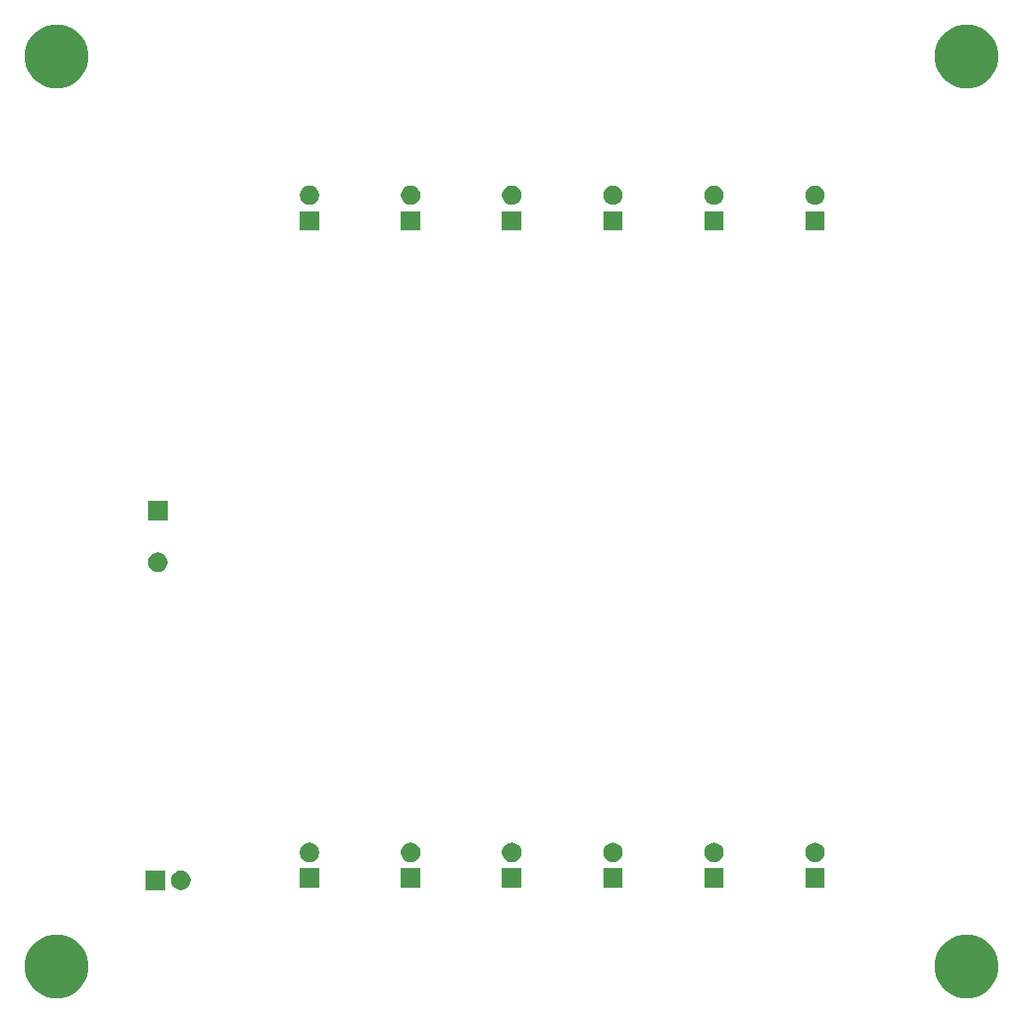
<source format=gbs>
G04 #@! TF.GenerationSoftware,KiCad,Pcbnew,5.1.4-e60b266~84~ubuntu18.04.1*
G04 #@! TF.CreationDate,2019-09-12T23:07:35+01:00*
G04 #@! TF.ProjectId,load,6c6f6164-2e6b-4696-9361-645f70636258,rev?*
G04 #@! TF.SameCoordinates,Original*
G04 #@! TF.FileFunction,Soldermask,Bot*
G04 #@! TF.FilePolarity,Negative*
%FSLAX46Y46*%
G04 Gerber Fmt 4.6, Leading zero omitted, Abs format (unit mm)*
G04 Created by KiCad (PCBNEW 5.1.4-e60b266~84~ubuntu18.04.1) date 2019-09-12 23:07:35*
%MOMM*%
%LPD*%
G04 APERTURE LIST*
%ADD10C,0.100000*%
G04 APERTURE END LIST*
D10*
G36*
X140396849Y-136867226D02*
G01*
X140918821Y-136971052D01*
X141492085Y-137208506D01*
X142008008Y-137553235D01*
X142446765Y-137991992D01*
X142791494Y-138507915D01*
X143028948Y-139081179D01*
X143150000Y-139689752D01*
X143150000Y-140310248D01*
X143028948Y-140918821D01*
X142791494Y-141492085D01*
X142446765Y-142008008D01*
X142008008Y-142446765D01*
X141492085Y-142791494D01*
X140918821Y-143028948D01*
X140396849Y-143132774D01*
X140310249Y-143150000D01*
X139689751Y-143150000D01*
X139603151Y-143132774D01*
X139081179Y-143028948D01*
X138507915Y-142791494D01*
X137991992Y-142446765D01*
X137553235Y-142008008D01*
X137208506Y-141492085D01*
X136971052Y-140918821D01*
X136850000Y-140310248D01*
X136850000Y-139689752D01*
X136971052Y-139081179D01*
X137208506Y-138507915D01*
X137553235Y-137991992D01*
X137991992Y-137553235D01*
X138507915Y-137208506D01*
X139081179Y-136971052D01*
X139603151Y-136867226D01*
X139689751Y-136850000D01*
X140310249Y-136850000D01*
X140396849Y-136867226D01*
X140396849Y-136867226D01*
G37*
G36*
X50396849Y-136867226D02*
G01*
X50918821Y-136971052D01*
X51492085Y-137208506D01*
X52008008Y-137553235D01*
X52446765Y-137991992D01*
X52791494Y-138507915D01*
X53028948Y-139081179D01*
X53150000Y-139689752D01*
X53150000Y-140310248D01*
X53028948Y-140918821D01*
X52791494Y-141492085D01*
X52446765Y-142008008D01*
X52008008Y-142446765D01*
X51492085Y-142791494D01*
X50918821Y-143028948D01*
X50396849Y-143132774D01*
X50310249Y-143150000D01*
X49689751Y-143150000D01*
X49603151Y-143132774D01*
X49081179Y-143028948D01*
X48507915Y-142791494D01*
X47991992Y-142446765D01*
X47553235Y-142008008D01*
X47208506Y-141492085D01*
X46971052Y-140918821D01*
X46850000Y-140310248D01*
X46850000Y-139689752D01*
X46971052Y-139081179D01*
X47208506Y-138507915D01*
X47553235Y-137991992D01*
X47991992Y-137553235D01*
X48507915Y-137208506D01*
X49081179Y-136971052D01*
X49603151Y-136867226D01*
X49689751Y-136850000D01*
X50310249Y-136850000D01*
X50396849Y-136867226D01*
X50396849Y-136867226D01*
G37*
G36*
X60690000Y-132460000D02*
G01*
X58770000Y-132460000D01*
X58770000Y-130540000D01*
X60690000Y-130540000D01*
X60690000Y-132460000D01*
X60690000Y-132460000D01*
G37*
G36*
X62457287Y-130558446D02*
G01*
X62550022Y-130576892D01*
X62724731Y-130649259D01*
X62881964Y-130754319D01*
X63015681Y-130888036D01*
X63120741Y-131045269D01*
X63193108Y-131219978D01*
X63230000Y-131405448D01*
X63230000Y-131594552D01*
X63193108Y-131780022D01*
X63120741Y-131954731D01*
X63015681Y-132111964D01*
X62881964Y-132245681D01*
X62724731Y-132350741D01*
X62550022Y-132423108D01*
X62457287Y-132441554D01*
X62364553Y-132460000D01*
X62175447Y-132460000D01*
X62082713Y-132441554D01*
X61989978Y-132423108D01*
X61815269Y-132350741D01*
X61658036Y-132245681D01*
X61524319Y-132111964D01*
X61419259Y-131954731D01*
X61346892Y-131780022D01*
X61310000Y-131594552D01*
X61310000Y-131405448D01*
X61346892Y-131219978D01*
X61419259Y-131045269D01*
X61524319Y-130888036D01*
X61658036Y-130754319D01*
X61815269Y-130649259D01*
X61989978Y-130576892D01*
X62082713Y-130558446D01*
X62175447Y-130540000D01*
X62364553Y-130540000D01*
X62457287Y-130558446D01*
X62457287Y-130558446D01*
G37*
G36*
X95960000Y-132230000D02*
G01*
X94040000Y-132230000D01*
X94040000Y-130310000D01*
X95960000Y-130310000D01*
X95960000Y-132230000D01*
X95960000Y-132230000D01*
G37*
G36*
X75960000Y-132230000D02*
G01*
X74040000Y-132230000D01*
X74040000Y-130310000D01*
X75960000Y-130310000D01*
X75960000Y-132230000D01*
X75960000Y-132230000D01*
G37*
G36*
X105960000Y-132230000D02*
G01*
X104040000Y-132230000D01*
X104040000Y-130310000D01*
X105960000Y-130310000D01*
X105960000Y-132230000D01*
X105960000Y-132230000D01*
G37*
G36*
X125960000Y-132230000D02*
G01*
X124040000Y-132230000D01*
X124040000Y-130310000D01*
X125960000Y-130310000D01*
X125960000Y-132230000D01*
X125960000Y-132230000D01*
G37*
G36*
X115960000Y-132230000D02*
G01*
X114040000Y-132230000D01*
X114040000Y-130310000D01*
X115960000Y-130310000D01*
X115960000Y-132230000D01*
X115960000Y-132230000D01*
G37*
G36*
X85960000Y-132230000D02*
G01*
X84040000Y-132230000D01*
X84040000Y-130310000D01*
X85960000Y-130310000D01*
X85960000Y-132230000D01*
X85960000Y-132230000D01*
G37*
G36*
X105187287Y-127788446D02*
G01*
X105280022Y-127806892D01*
X105454731Y-127879259D01*
X105611964Y-127984319D01*
X105745681Y-128118036D01*
X105850741Y-128275269D01*
X105923108Y-128449978D01*
X105960000Y-128635448D01*
X105960000Y-128824552D01*
X105923108Y-129010022D01*
X105850741Y-129184731D01*
X105745681Y-129341964D01*
X105611964Y-129475681D01*
X105454731Y-129580741D01*
X105280022Y-129653108D01*
X105187287Y-129671554D01*
X105094553Y-129690000D01*
X104905447Y-129690000D01*
X104812713Y-129671554D01*
X104719978Y-129653108D01*
X104545269Y-129580741D01*
X104388036Y-129475681D01*
X104254319Y-129341964D01*
X104149259Y-129184731D01*
X104076892Y-129010022D01*
X104040000Y-128824552D01*
X104040000Y-128635448D01*
X104076892Y-128449978D01*
X104149259Y-128275269D01*
X104254319Y-128118036D01*
X104388036Y-127984319D01*
X104545269Y-127879259D01*
X104719978Y-127806892D01*
X104812713Y-127788446D01*
X104905447Y-127770000D01*
X105094553Y-127770000D01*
X105187287Y-127788446D01*
X105187287Y-127788446D01*
G37*
G36*
X115187287Y-127788446D02*
G01*
X115280022Y-127806892D01*
X115454731Y-127879259D01*
X115611964Y-127984319D01*
X115745681Y-128118036D01*
X115850741Y-128275269D01*
X115923108Y-128449978D01*
X115960000Y-128635448D01*
X115960000Y-128824552D01*
X115923108Y-129010022D01*
X115850741Y-129184731D01*
X115745681Y-129341964D01*
X115611964Y-129475681D01*
X115454731Y-129580741D01*
X115280022Y-129653108D01*
X115187287Y-129671554D01*
X115094553Y-129690000D01*
X114905447Y-129690000D01*
X114812713Y-129671554D01*
X114719978Y-129653108D01*
X114545269Y-129580741D01*
X114388036Y-129475681D01*
X114254319Y-129341964D01*
X114149259Y-129184731D01*
X114076892Y-129010022D01*
X114040000Y-128824552D01*
X114040000Y-128635448D01*
X114076892Y-128449978D01*
X114149259Y-128275269D01*
X114254319Y-128118036D01*
X114388036Y-127984319D01*
X114545269Y-127879259D01*
X114719978Y-127806892D01*
X114812713Y-127788446D01*
X114905447Y-127770000D01*
X115094553Y-127770000D01*
X115187287Y-127788446D01*
X115187287Y-127788446D01*
G37*
G36*
X95187287Y-127788446D02*
G01*
X95280022Y-127806892D01*
X95454731Y-127879259D01*
X95611964Y-127984319D01*
X95745681Y-128118036D01*
X95850741Y-128275269D01*
X95923108Y-128449978D01*
X95960000Y-128635448D01*
X95960000Y-128824552D01*
X95923108Y-129010022D01*
X95850741Y-129184731D01*
X95745681Y-129341964D01*
X95611964Y-129475681D01*
X95454731Y-129580741D01*
X95280022Y-129653108D01*
X95187287Y-129671554D01*
X95094553Y-129690000D01*
X94905447Y-129690000D01*
X94812713Y-129671554D01*
X94719978Y-129653108D01*
X94545269Y-129580741D01*
X94388036Y-129475681D01*
X94254319Y-129341964D01*
X94149259Y-129184731D01*
X94076892Y-129010022D01*
X94040000Y-128824552D01*
X94040000Y-128635448D01*
X94076892Y-128449978D01*
X94149259Y-128275269D01*
X94254319Y-128118036D01*
X94388036Y-127984319D01*
X94545269Y-127879259D01*
X94719978Y-127806892D01*
X94812713Y-127788446D01*
X94905447Y-127770000D01*
X95094553Y-127770000D01*
X95187287Y-127788446D01*
X95187287Y-127788446D01*
G37*
G36*
X85187287Y-127788446D02*
G01*
X85280022Y-127806892D01*
X85454731Y-127879259D01*
X85611964Y-127984319D01*
X85745681Y-128118036D01*
X85850741Y-128275269D01*
X85923108Y-128449978D01*
X85960000Y-128635448D01*
X85960000Y-128824552D01*
X85923108Y-129010022D01*
X85850741Y-129184731D01*
X85745681Y-129341964D01*
X85611964Y-129475681D01*
X85454731Y-129580741D01*
X85280022Y-129653108D01*
X85187287Y-129671554D01*
X85094553Y-129690000D01*
X84905447Y-129690000D01*
X84812713Y-129671554D01*
X84719978Y-129653108D01*
X84545269Y-129580741D01*
X84388036Y-129475681D01*
X84254319Y-129341964D01*
X84149259Y-129184731D01*
X84076892Y-129010022D01*
X84040000Y-128824552D01*
X84040000Y-128635448D01*
X84076892Y-128449978D01*
X84149259Y-128275269D01*
X84254319Y-128118036D01*
X84388036Y-127984319D01*
X84545269Y-127879259D01*
X84719978Y-127806892D01*
X84812713Y-127788446D01*
X84905447Y-127770000D01*
X85094553Y-127770000D01*
X85187287Y-127788446D01*
X85187287Y-127788446D01*
G37*
G36*
X125187287Y-127788446D02*
G01*
X125280022Y-127806892D01*
X125454731Y-127879259D01*
X125611964Y-127984319D01*
X125745681Y-128118036D01*
X125850741Y-128275269D01*
X125923108Y-128449978D01*
X125960000Y-128635448D01*
X125960000Y-128824552D01*
X125923108Y-129010022D01*
X125850741Y-129184731D01*
X125745681Y-129341964D01*
X125611964Y-129475681D01*
X125454731Y-129580741D01*
X125280022Y-129653108D01*
X125187287Y-129671554D01*
X125094553Y-129690000D01*
X124905447Y-129690000D01*
X124812713Y-129671554D01*
X124719978Y-129653108D01*
X124545269Y-129580741D01*
X124388036Y-129475681D01*
X124254319Y-129341964D01*
X124149259Y-129184731D01*
X124076892Y-129010022D01*
X124040000Y-128824552D01*
X124040000Y-128635448D01*
X124076892Y-128449978D01*
X124149259Y-128275269D01*
X124254319Y-128118036D01*
X124388036Y-127984319D01*
X124545269Y-127879259D01*
X124719978Y-127806892D01*
X124812713Y-127788446D01*
X124905447Y-127770000D01*
X125094553Y-127770000D01*
X125187287Y-127788446D01*
X125187287Y-127788446D01*
G37*
G36*
X75187287Y-127788446D02*
G01*
X75280022Y-127806892D01*
X75454731Y-127879259D01*
X75611964Y-127984319D01*
X75745681Y-128118036D01*
X75850741Y-128275269D01*
X75923108Y-128449978D01*
X75960000Y-128635448D01*
X75960000Y-128824552D01*
X75923108Y-129010022D01*
X75850741Y-129184731D01*
X75745681Y-129341964D01*
X75611964Y-129475681D01*
X75454731Y-129580741D01*
X75280022Y-129653108D01*
X75187287Y-129671554D01*
X75094553Y-129690000D01*
X74905447Y-129690000D01*
X74812713Y-129671554D01*
X74719978Y-129653108D01*
X74545269Y-129580741D01*
X74388036Y-129475681D01*
X74254319Y-129341964D01*
X74149259Y-129184731D01*
X74076892Y-129010022D01*
X74040000Y-128824552D01*
X74040000Y-128635448D01*
X74076892Y-128449978D01*
X74149259Y-128275269D01*
X74254319Y-128118036D01*
X74388036Y-127984319D01*
X74545269Y-127879259D01*
X74719978Y-127806892D01*
X74812713Y-127788446D01*
X74905447Y-127770000D01*
X75094553Y-127770000D01*
X75187287Y-127788446D01*
X75187287Y-127788446D01*
G37*
G36*
X60187287Y-99098446D02*
G01*
X60280022Y-99116892D01*
X60454731Y-99189259D01*
X60611964Y-99294319D01*
X60745681Y-99428036D01*
X60850741Y-99585269D01*
X60923108Y-99759978D01*
X60960000Y-99945448D01*
X60960000Y-100134552D01*
X60923108Y-100320022D01*
X60850741Y-100494731D01*
X60745681Y-100651964D01*
X60611964Y-100785681D01*
X60454731Y-100890741D01*
X60280022Y-100963108D01*
X60187287Y-100981554D01*
X60094553Y-101000000D01*
X59905447Y-101000000D01*
X59812713Y-100981554D01*
X59719978Y-100963108D01*
X59545269Y-100890741D01*
X59388036Y-100785681D01*
X59254319Y-100651964D01*
X59149259Y-100494731D01*
X59076892Y-100320022D01*
X59040000Y-100134552D01*
X59040000Y-99945448D01*
X59076892Y-99759978D01*
X59149259Y-99585269D01*
X59254319Y-99428036D01*
X59388036Y-99294319D01*
X59545269Y-99189259D01*
X59719978Y-99116892D01*
X59812713Y-99098446D01*
X59905447Y-99080000D01*
X60094553Y-99080000D01*
X60187287Y-99098446D01*
X60187287Y-99098446D01*
G37*
G36*
X60960000Y-95920000D02*
G01*
X59040000Y-95920000D01*
X59040000Y-94000000D01*
X60960000Y-94000000D01*
X60960000Y-95920000D01*
X60960000Y-95920000D01*
G37*
G36*
X115960000Y-67230000D02*
G01*
X114040000Y-67230000D01*
X114040000Y-65310000D01*
X115960000Y-65310000D01*
X115960000Y-67230000D01*
X115960000Y-67230000D01*
G37*
G36*
X75960000Y-67230000D02*
G01*
X74040000Y-67230000D01*
X74040000Y-65310000D01*
X75960000Y-65310000D01*
X75960000Y-67230000D01*
X75960000Y-67230000D01*
G37*
G36*
X125960000Y-67230000D02*
G01*
X124040000Y-67230000D01*
X124040000Y-65310000D01*
X125960000Y-65310000D01*
X125960000Y-67230000D01*
X125960000Y-67230000D01*
G37*
G36*
X105960000Y-67230000D02*
G01*
X104040000Y-67230000D01*
X104040000Y-65310000D01*
X105960000Y-65310000D01*
X105960000Y-67230000D01*
X105960000Y-67230000D01*
G37*
G36*
X95960000Y-67230000D02*
G01*
X94040000Y-67230000D01*
X94040000Y-65310000D01*
X95960000Y-65310000D01*
X95960000Y-67230000D01*
X95960000Y-67230000D01*
G37*
G36*
X85960000Y-67230000D02*
G01*
X84040000Y-67230000D01*
X84040000Y-65310000D01*
X85960000Y-65310000D01*
X85960000Y-67230000D01*
X85960000Y-67230000D01*
G37*
G36*
X125187287Y-62788446D02*
G01*
X125280022Y-62806892D01*
X125454731Y-62879259D01*
X125611964Y-62984319D01*
X125745681Y-63118036D01*
X125850741Y-63275269D01*
X125923108Y-63449978D01*
X125960000Y-63635448D01*
X125960000Y-63824552D01*
X125923108Y-64010022D01*
X125850741Y-64184731D01*
X125745681Y-64341964D01*
X125611964Y-64475681D01*
X125454731Y-64580741D01*
X125280022Y-64653108D01*
X125187287Y-64671554D01*
X125094553Y-64690000D01*
X124905447Y-64690000D01*
X124812713Y-64671554D01*
X124719978Y-64653108D01*
X124545269Y-64580741D01*
X124388036Y-64475681D01*
X124254319Y-64341964D01*
X124149259Y-64184731D01*
X124076892Y-64010022D01*
X124040000Y-63824552D01*
X124040000Y-63635448D01*
X124076892Y-63449978D01*
X124149259Y-63275269D01*
X124254319Y-63118036D01*
X124388036Y-62984319D01*
X124545269Y-62879259D01*
X124719978Y-62806892D01*
X124812713Y-62788446D01*
X124905447Y-62770000D01*
X125094553Y-62770000D01*
X125187287Y-62788446D01*
X125187287Y-62788446D01*
G37*
G36*
X115187287Y-62788446D02*
G01*
X115280022Y-62806892D01*
X115454731Y-62879259D01*
X115611964Y-62984319D01*
X115745681Y-63118036D01*
X115850741Y-63275269D01*
X115923108Y-63449978D01*
X115960000Y-63635448D01*
X115960000Y-63824552D01*
X115923108Y-64010022D01*
X115850741Y-64184731D01*
X115745681Y-64341964D01*
X115611964Y-64475681D01*
X115454731Y-64580741D01*
X115280022Y-64653108D01*
X115187287Y-64671554D01*
X115094553Y-64690000D01*
X114905447Y-64690000D01*
X114812713Y-64671554D01*
X114719978Y-64653108D01*
X114545269Y-64580741D01*
X114388036Y-64475681D01*
X114254319Y-64341964D01*
X114149259Y-64184731D01*
X114076892Y-64010022D01*
X114040000Y-63824552D01*
X114040000Y-63635448D01*
X114076892Y-63449978D01*
X114149259Y-63275269D01*
X114254319Y-63118036D01*
X114388036Y-62984319D01*
X114545269Y-62879259D01*
X114719978Y-62806892D01*
X114812713Y-62788446D01*
X114905447Y-62770000D01*
X115094553Y-62770000D01*
X115187287Y-62788446D01*
X115187287Y-62788446D01*
G37*
G36*
X75187287Y-62788446D02*
G01*
X75280022Y-62806892D01*
X75454731Y-62879259D01*
X75611964Y-62984319D01*
X75745681Y-63118036D01*
X75850741Y-63275269D01*
X75923108Y-63449978D01*
X75960000Y-63635448D01*
X75960000Y-63824552D01*
X75923108Y-64010022D01*
X75850741Y-64184731D01*
X75745681Y-64341964D01*
X75611964Y-64475681D01*
X75454731Y-64580741D01*
X75280022Y-64653108D01*
X75187287Y-64671554D01*
X75094553Y-64690000D01*
X74905447Y-64690000D01*
X74812713Y-64671554D01*
X74719978Y-64653108D01*
X74545269Y-64580741D01*
X74388036Y-64475681D01*
X74254319Y-64341964D01*
X74149259Y-64184731D01*
X74076892Y-64010022D01*
X74040000Y-63824552D01*
X74040000Y-63635448D01*
X74076892Y-63449978D01*
X74149259Y-63275269D01*
X74254319Y-63118036D01*
X74388036Y-62984319D01*
X74545269Y-62879259D01*
X74719978Y-62806892D01*
X74812713Y-62788446D01*
X74905447Y-62770000D01*
X75094553Y-62770000D01*
X75187287Y-62788446D01*
X75187287Y-62788446D01*
G37*
G36*
X105187287Y-62788446D02*
G01*
X105280022Y-62806892D01*
X105454731Y-62879259D01*
X105611964Y-62984319D01*
X105745681Y-63118036D01*
X105850741Y-63275269D01*
X105923108Y-63449978D01*
X105960000Y-63635448D01*
X105960000Y-63824552D01*
X105923108Y-64010022D01*
X105850741Y-64184731D01*
X105745681Y-64341964D01*
X105611964Y-64475681D01*
X105454731Y-64580741D01*
X105280022Y-64653108D01*
X105187287Y-64671554D01*
X105094553Y-64690000D01*
X104905447Y-64690000D01*
X104812713Y-64671554D01*
X104719978Y-64653108D01*
X104545269Y-64580741D01*
X104388036Y-64475681D01*
X104254319Y-64341964D01*
X104149259Y-64184731D01*
X104076892Y-64010022D01*
X104040000Y-63824552D01*
X104040000Y-63635448D01*
X104076892Y-63449978D01*
X104149259Y-63275269D01*
X104254319Y-63118036D01*
X104388036Y-62984319D01*
X104545269Y-62879259D01*
X104719978Y-62806892D01*
X104812713Y-62788446D01*
X104905447Y-62770000D01*
X105094553Y-62770000D01*
X105187287Y-62788446D01*
X105187287Y-62788446D01*
G37*
G36*
X95187287Y-62788446D02*
G01*
X95280022Y-62806892D01*
X95454731Y-62879259D01*
X95611964Y-62984319D01*
X95745681Y-63118036D01*
X95850741Y-63275269D01*
X95923108Y-63449978D01*
X95960000Y-63635448D01*
X95960000Y-63824552D01*
X95923108Y-64010022D01*
X95850741Y-64184731D01*
X95745681Y-64341964D01*
X95611964Y-64475681D01*
X95454731Y-64580741D01*
X95280022Y-64653108D01*
X95187287Y-64671554D01*
X95094553Y-64690000D01*
X94905447Y-64690000D01*
X94812713Y-64671554D01*
X94719978Y-64653108D01*
X94545269Y-64580741D01*
X94388036Y-64475681D01*
X94254319Y-64341964D01*
X94149259Y-64184731D01*
X94076892Y-64010022D01*
X94040000Y-63824552D01*
X94040000Y-63635448D01*
X94076892Y-63449978D01*
X94149259Y-63275269D01*
X94254319Y-63118036D01*
X94388036Y-62984319D01*
X94545269Y-62879259D01*
X94719978Y-62806892D01*
X94812713Y-62788446D01*
X94905447Y-62770000D01*
X95094553Y-62770000D01*
X95187287Y-62788446D01*
X95187287Y-62788446D01*
G37*
G36*
X85187287Y-62788446D02*
G01*
X85280022Y-62806892D01*
X85454731Y-62879259D01*
X85611964Y-62984319D01*
X85745681Y-63118036D01*
X85850741Y-63275269D01*
X85923108Y-63449978D01*
X85960000Y-63635448D01*
X85960000Y-63824552D01*
X85923108Y-64010022D01*
X85850741Y-64184731D01*
X85745681Y-64341964D01*
X85611964Y-64475681D01*
X85454731Y-64580741D01*
X85280022Y-64653108D01*
X85187287Y-64671554D01*
X85094553Y-64690000D01*
X84905447Y-64690000D01*
X84812713Y-64671554D01*
X84719978Y-64653108D01*
X84545269Y-64580741D01*
X84388036Y-64475681D01*
X84254319Y-64341964D01*
X84149259Y-64184731D01*
X84076892Y-64010022D01*
X84040000Y-63824552D01*
X84040000Y-63635448D01*
X84076892Y-63449978D01*
X84149259Y-63275269D01*
X84254319Y-63118036D01*
X84388036Y-62984319D01*
X84545269Y-62879259D01*
X84719978Y-62806892D01*
X84812713Y-62788446D01*
X84905447Y-62770000D01*
X85094553Y-62770000D01*
X85187287Y-62788446D01*
X85187287Y-62788446D01*
G37*
G36*
X140396849Y-46867226D02*
G01*
X140918821Y-46971052D01*
X141492085Y-47208506D01*
X142008008Y-47553235D01*
X142446765Y-47991992D01*
X142791494Y-48507915D01*
X143028948Y-49081179D01*
X143150000Y-49689752D01*
X143150000Y-50310248D01*
X143028948Y-50918821D01*
X142791494Y-51492085D01*
X142446765Y-52008008D01*
X142008008Y-52446765D01*
X141492085Y-52791494D01*
X140918821Y-53028948D01*
X140396849Y-53132774D01*
X140310249Y-53150000D01*
X139689751Y-53150000D01*
X139603151Y-53132774D01*
X139081179Y-53028948D01*
X138507915Y-52791494D01*
X137991992Y-52446765D01*
X137553235Y-52008008D01*
X137208506Y-51492085D01*
X136971052Y-50918821D01*
X136850000Y-50310248D01*
X136850000Y-49689752D01*
X136971052Y-49081179D01*
X137208506Y-48507915D01*
X137553235Y-47991992D01*
X137991992Y-47553235D01*
X138507915Y-47208506D01*
X139081179Y-46971052D01*
X139603151Y-46867226D01*
X139689751Y-46850000D01*
X140310249Y-46850000D01*
X140396849Y-46867226D01*
X140396849Y-46867226D01*
G37*
G36*
X50396849Y-46867226D02*
G01*
X50918821Y-46971052D01*
X51492085Y-47208506D01*
X52008008Y-47553235D01*
X52446765Y-47991992D01*
X52791494Y-48507915D01*
X53028948Y-49081179D01*
X53150000Y-49689752D01*
X53150000Y-50310248D01*
X53028948Y-50918821D01*
X52791494Y-51492085D01*
X52446765Y-52008008D01*
X52008008Y-52446765D01*
X51492085Y-52791494D01*
X50918821Y-53028948D01*
X50396849Y-53132774D01*
X50310249Y-53150000D01*
X49689751Y-53150000D01*
X49603151Y-53132774D01*
X49081179Y-53028948D01*
X48507915Y-52791494D01*
X47991992Y-52446765D01*
X47553235Y-52008008D01*
X47208506Y-51492085D01*
X46971052Y-50918821D01*
X46850000Y-50310248D01*
X46850000Y-49689752D01*
X46971052Y-49081179D01*
X47208506Y-48507915D01*
X47553235Y-47991992D01*
X47991992Y-47553235D01*
X48507915Y-47208506D01*
X49081179Y-46971052D01*
X49603151Y-46867226D01*
X49689751Y-46850000D01*
X50310249Y-46850000D01*
X50396849Y-46867226D01*
X50396849Y-46867226D01*
G37*
M02*

</source>
